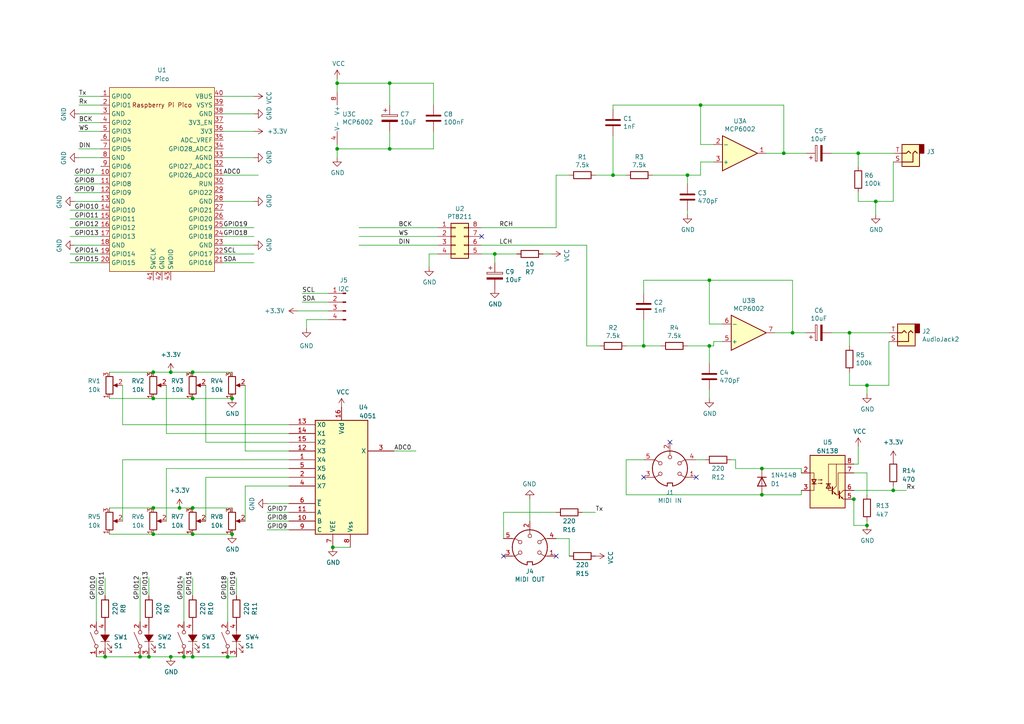
<source format=kicad_sch>
(kicad_sch (version 20230121) (generator eeschema)
  (paper "A4")
  (lib_symbols
    (symbol "4xxx_IEEE:4051"
      (property "Reference" "U" (at 8.89 17.78 0))
      (property "Value" "4051" (at 6.35 -17.78 0))
      (symbol "4051_0_0"
        (pin power_in line (at 0 20.32 270) (length 3.81) (name "Vdd") (number "16"))
        (pin power_in line (at 2.54 -20.32 90) (length 3.81) (name "Vss") (number "8"))
      )
      (symbol "4051_0_1"
        (rectangle (start -7.62 16.51) (end 7.62 -16.51) (stroke (width 0.254)) (fill (type background)))
      )
      (symbol "4051_1_1"
        (pin passive line (at -15.24 5.08 0) (length 7.62) (name "X4") (number "1"))
        (pin input line (at -15.24 -12.7 0) (length 7.62) (name "B") (number "10"))
        (pin input line (at -15.24 -10.16 0) (length 7.62) (name "A") (number "11"))
        (pin passive line (at -15.24 7.62 0) (length 7.62) (name "X3") (number "12"))
        (pin passive line (at -15.24 15.24 0) (length 7.62) (name "X0") (number "13"))
        (pin passive line (at -15.24 12.7 0) (length 7.62) (name "X1") (number "14"))
        (pin passive line (at -15.24 10.16 0) (length 7.62) (name "X2") (number "15"))
        (pin passive line (at -15.24 0 0) (length 7.62) (name "X6") (number "2"))
        (pin passive line (at 15.24 7.62 180) (length 7.62) (name "X") (number "3"))
        (pin passive line (at -15.24 -2.54 0) (length 7.62) (name "X7") (number "4"))
        (pin passive line (at -15.24 2.54 0) (length 7.62) (name "X5") (number "5"))
        (pin input line (at -15.24 -7.62 0) (length 7.62) (name "~{E}") (number "6"))
        (pin power_in line (at -2.54 -20.32 90) (length 3.81) (name "VEE") (number "7"))
        (pin input line (at -15.24 -15.24 0) (length 7.62) (name "C") (number "9"))
      )
    )
    (symbol "Amplifier_Operational:TL082" (pin_names (offset 0.127))
      (property "Reference" "U" (at 0 5.08 0))
      (property "Value" "TL082" (at 0 -5.08 0))
      (symbol "TL082_1_1"
        (polyline (pts (xy -5.08 5.08) (xy 5.08 0) (xy -5.08 -5.08) (xy -5.08 5.08)) (stroke (width 0.254)) (fill (type background)))
        (pin output line (at 7.62 0 180) (length 2.54) (name "~") (number "1"))
        (pin input line (at -7.62 -2.54 0) (length 2.54) (name "-") (number "2"))
        (pin input line (at -7.62 2.54 0) (length 2.54) (name "+") (number "3"))
      )
      (symbol "TL082_2_1"
        (polyline (pts (xy -5.08 5.08) (xy 5.08 0) (xy -5.08 -5.08) (xy -5.08 5.08)) (stroke (width 0.254)) (fill (type background)))
        (pin input line (at -7.62 2.54 0) (length 2.54) (name "+") (number "5"))
        (pin input line (at -7.62 -2.54 0) (length 2.54) (name "-") (number "6"))
        (pin output line (at 7.62 0 180) (length 2.54) (name "~") (number "7"))
      )
      (symbol "TL082_3_1"
        (pin power_in line (at -2.54 -7.62 90) (length 3.81) (name "V-") (number "4"))
        (pin power_in line (at -2.54 7.62 270) (length 3.81) (name "V+") (number "8"))
      )
    )
    (symbol "Connector:AudioJack2"
      (property "Reference" "J" (at 0 8.89 0))
      (property "Value" "Connector_AudioJack2" (at 0 6.35 0))
      (symbol "AudioJack2_0_1"
        (rectangle (start -3.81 0) (end -2.54 -2.54) (stroke (width 0.254)) (fill (type outline)))
        (rectangle (start -2.54 3.81) (end 2.54 -2.54) (stroke (width 0.254)) (fill (type background)))
        (polyline (pts (xy 0 0) (xy 0.635 -0.635) (xy 1.27 0) (xy 2.54 0)) (stroke (width 0.254)))
        (polyline (pts (xy 2.54 2.54) (xy -0.635 2.54) (xy -0.635 0) (xy -1.27 -0.635) (xy -1.905 0)) (stroke (width 0.254)))
      )
      (symbol "AudioJack2_1_1"
        (pin passive line (at 5.08 2.54 180) (length 2.54) (name "~") (number "S"))
        (pin passive line (at 5.08 0 180) (length 2.54) (name "~") (number "T"))
      )
    )
    (symbol "Connector:Conn_01x04_Male" (pin_names (offset 1.016) hide)
      (property "Reference" "J" (at 0 5.08 0))
      (property "Value" "Conn_01x04_Male" (at 0 -7.62 0))
      (symbol "Conn_01x04_Male_1_1"
        (polyline (pts (xy 1.27 -5.08) (xy 0.8636 -5.08)) (stroke (width 0.1524)))
        (polyline (pts (xy 1.27 -2.54) (xy 0.8636 -2.54)) (stroke (width 0.1524)))
        (polyline (pts (xy 1.27 0) (xy 0.8636 0)) (stroke (width 0.1524)))
        (polyline (pts (xy 1.27 2.54) (xy 0.8636 2.54)) (stroke (width 0.1524)))
        (rectangle (start 0.8636 -4.953) (end 0 -5.207) (stroke (width 0.1524)) (fill (type outline)))
        (rectangle (start 0.8636 -2.413) (end 0 -2.667) (stroke (width 0.1524)) (fill (type outline)))
        (rectangle (start 0.8636 0.127) (end 0 -0.127) (stroke (width 0.1524)) (fill (type outline)))
        (rectangle (start 0.8636 2.667) (end 0 2.413) (stroke (width 0.1524)) (fill (type outline)))
        (pin passive line (at 5.08 2.54 180) (length 3.81) (name "Pin_1") (number "1"))
        (pin passive line (at 5.08 0 180) (length 3.81) (name "Pin_2") (number "2"))
        (pin passive line (at 5.08 -2.54 180) (length 3.81) (name "Pin_3") (number "3"))
        (pin passive line (at 5.08 -5.08 180) (length 3.81) (name "Pin_4") (number "4"))
      )
    )
    (symbol "Connector_Generic:Conn_02x04_Counter_Clockwise" (pin_names (offset 1.016) hide)
      (property "Reference" "J" (at 1.27 5.08 0))
      (property "Value" "Conn_02x04_Counter_Clockwise" (at 1.27 -7.62 0))
      (symbol "Conn_02x04_Counter_Clockwise_1_1"
        (rectangle (start -1.27 -4.953) (end 0 -5.207) (stroke (width 0.1524)))
        (rectangle (start -1.27 -2.413) (end 0 -2.667) (stroke (width 0.1524)))
        (rectangle (start -1.27 0.127) (end 0 -0.127) (stroke (width 0.1524)))
        (rectangle (start -1.27 2.667) (end 0 2.413) (stroke (width 0.1524)))
        (rectangle (start -1.27 3.81) (end 3.81 -6.35) (stroke (width 0.254)) (fill (type background)))
        (rectangle (start 3.81 -4.953) (end 2.54 -5.207) (stroke (width 0.1524)))
        (rectangle (start 3.81 -2.413) (end 2.54 -2.667) (stroke (width 0.1524)))
        (rectangle (start 3.81 0.127) (end 2.54 -0.127) (stroke (width 0.1524)))
        (rectangle (start 3.81 2.667) (end 2.54 2.413) (stroke (width 0.1524)))
        (pin passive line (at -5.08 2.54 0) (length 3.81) (name "Pin_1") (number "1"))
        (pin passive line (at -5.08 0 0) (length 3.81) (name "Pin_2") (number "2"))
        (pin passive line (at -5.08 -2.54 0) (length 3.81) (name "Pin_3") (number "3"))
        (pin passive line (at -5.08 -5.08 0) (length 3.81) (name "Pin_4") (number "4"))
        (pin passive line (at 7.62 -5.08 180) (length 3.81) (name "Pin_5") (number "5"))
        (pin passive line (at 7.62 -2.54 180) (length 3.81) (name "Pin_6") (number "6"))
        (pin passive line (at 7.62 0 180) (length 3.81) (name "Pin_7") (number "7"))
        (pin passive line (at 7.62 2.54 180) (length 3.81) (name "Pin_8") (number "8"))
      )
    )
    (symbol "Device:C" (pin_numbers hide) (pin_names (offset 0.254))
      (property "Reference" "C" (at 0.635 2.54 0))
      (property "Value" "C" (at 0.635 -2.54 0))
      (symbol "C_0_1"
        (polyline (pts (xy -2.032 -0.762) (xy 2.032 -0.762)) (stroke (width 0.508)))
        (polyline (pts (xy -2.032 0.762) (xy 2.032 0.762)) (stroke (width 0.508)))
      )
      (symbol "C_1_1"
        (pin passive line (at 0 3.81 270) (length 2.794) (name "~") (number "1"))
        (pin passive line (at 0 -3.81 90) (length 2.794) (name "~") (number "2"))
      )
    )
    (symbol "Device:CP" (pin_numbers hide) (pin_names (offset 0.254))
      (property "Reference" "C" (at 0.635 2.54 0))
      (property "Value" "Device_CP" (at 0.635 -2.54 0))
      (symbol "CP_0_1"
        (rectangle (start -2.286 0.508) (end -2.286 1.016))
        (rectangle (start -2.286 0.508) (end 2.286 0.508))
        (polyline (pts (xy -1.778 2.286) (xy -0.762 2.286)))
        (polyline (pts (xy -1.27 2.794) (xy -1.27 1.778)))
        (rectangle (start 2.286 -0.508) (end -2.286 -1.016) (fill (type outline)))
        (rectangle (start 2.286 1.016) (end -2.286 1.016))
        (rectangle (start 2.286 1.016) (end 2.286 0.508))
      )
      (symbol "CP_1_1"
        (pin passive line (at 0 3.81 270) (length 2.794) (name "~") (number "1"))
        (pin passive line (at 0 -3.81 90) (length 2.794) (name "~") (number "2"))
      )
    )
    (symbol "Device:D" (pin_numbers hide) (pin_names (offset 1.016) hide)
      (property "Reference" "D" (at 0 2.54 0))
      (property "Value" "D" (at 0 -2.54 0))
      (symbol "D_0_1"
        (polyline (pts (xy -1.27 1.27) (xy -1.27 -1.27)) (stroke (width 0.254)))
        (polyline (pts (xy 1.27 0) (xy -1.27 0)))
        (polyline (pts (xy 1.27 1.27) (xy 1.27 -1.27) (xy -1.27 0) (xy 1.27 1.27)) (stroke (width 0.254)))
      )
      (symbol "D_1_1"
        (pin passive line (at -3.81 0 0) (length 2.54) (name "K") (number "1"))
        (pin passive line (at 3.81 0 180) (length 2.54) (name "A") (number "2"))
      )
    )
    (symbol "Device:R" (pin_numbers hide) (pin_names (offset 0))
      (property "Reference" "R" (at 2.032 0 90))
      (property "Value" "R" (at 0 0 90))
      (symbol "R_0_1"
        (rectangle (start -1.016 -2.54) (end 1.016 2.54) (stroke (width 0.254)))
      )
      (symbol "R_1_1"
        (pin passive line (at 0 3.81 270) (length 1.27) (name "~") (number "1"))
        (pin passive line (at 0 -3.81 90) (length 1.27) (name "~") (number "2"))
      )
    )
    (symbol "Device:R_Potentiometer" (pin_names (offset 1.016) hide)
      (property "Reference" "RV" (at -4.445 0 90))
      (property "Value" "R_Potentiometer" (at -2.54 0 90))
      (symbol "R_Potentiometer_0_1"
        (polyline (pts (xy 2.54 0) (xy 1.524 0)))
        (polyline (pts (xy 1.143 0) (xy 2.286 0.508) (xy 2.286 -0.508) (xy 1.143 0)) (fill (type outline)))
        (rectangle (start 1.016 2.54) (end -1.016 -2.54) (stroke (width 0.254)))
      )
      (symbol "R_Potentiometer_1_1"
        (pin passive line (at 0 3.81 270) (length 1.27) (name "1") (number "1"))
        (pin passive line (at 3.81 0 180) (length 1.27) (name "2") (number "2"))
        (pin passive line (at 0 -3.81 90) (length 1.27) (name "3") (number "3"))
      )
    )
    (symbol "ES1-rescue:DIN-5-MIDI" (pin_names (offset 1.016))
      (property "Reference" "J" (at 3.175 5.715 0))
      (property "Value" "MIDI_DIN-5" (at 0 -6.35 0))
      (symbol "DIN-5-MIDI_0_1"
        (arc (start -5.08 0) (mid -3.8609 -3.3364) (end -0.762 -5.08) (stroke (width 0.254)))
        (circle (center -2.794 -1.524) (radius 0.508))
        (circle (center -2.794 1.524) (radius 0.508))
        (polyline (pts (xy 0 5.08) (xy 0 3.81)))
        (polyline (pts (xy -5.08 -2.54) (xy -4.318 -2.54) (xy -3.175 -1.905)))
        (polyline (pts (xy -5.08 2.54) (xy -4.318 2.54) (xy -3.175 1.905)))
        (polyline (pts (xy 5.08 -2.54) (xy 4.318 -2.54) (xy 3.175 -1.905)))
        (polyline (pts (xy 5.08 2.54) (xy 4.318 2.54) (xy 3.175 1.905)))
        (polyline (pts (xy -0.762 -4.953) (xy -0.762 -4.191) (xy 0.762 -4.191) (xy 0.762 -4.953)) (stroke (width 0.254)))
        (circle (center 0 3.302) (radius 0.508))
        (arc (start 0.762 -5.08) (mid 3.8685 -3.343) (end 5.08 0) (stroke (width 0.254)))
        (circle (center 2.794 -1.524) (radius 0.508))
        (circle (center 2.794 1.524) (radius 0.508))
        (arc (start 5.08 0) (mid 0 5.0579) (end -5.08 0) (stroke (width 0.254)))
      )
      (symbol "DIN-5-MIDI_1_1"
        (pin passive line (at 7.62 -2.54 180) (length 2.54) (name "~") (number "1"))
        (pin passive line (at 0 7.62 270) (length 2.54) (name "~") (number "2"))
        (pin passive line (at -7.62 -2.54 0) (length 2.54) (name "~") (number "3"))
        (pin passive line (at 7.62 2.54 180) (length 2.54) (name "~") (number "4"))
        (pin passive line (at -7.62 2.54 0) (length 2.54) (name "~") (number "5"))
      )
    )
    (symbol "Isolator:6N138" (pin_names (offset 1.016) hide)
      (property "Reference" "U" (at -4.064 8.89 0))
      (property "Value" "6N138" (at 2.286 8.89 0))
      (symbol "6N138_0_1"
        (rectangle (start -5.08 7.62) (end 5.08 -7.62) (stroke (width 0.254)) (fill (type background)))
        (polyline (pts (xy -4.572 -0.635) (xy -3.302 -0.635)) (stroke (width 0.254)))
        (polyline (pts (xy 0.889 -0.635) (xy -0.381 -0.635)) (stroke (width 0.254)))
        (polyline (pts (xy 1.397 -2.667) (xy 2.54 -3.81)))
        (polyline (pts (xy 1.397 -2.413) (xy 2.54 -1.27)))
        (polyline (pts (xy 2.54 -3.81) (xy 3.175 -3.81)))
        (polyline (pts (xy 3.429 -3.937) (xy 4.572 -5.08)))
        (polyline (pts (xy 3.429 -3.683) (xy 4.572 -2.54)))
        (polyline (pts (xy 4.572 -5.08) (xy 5.08 -5.08)))
        (polyline (pts (xy 4.572 -2.54) (xy 5.08 -2.54)))
        (polyline (pts (xy 1.397 -1.524) (xy 1.397 -3.556) (xy 1.397 -3.556)) (stroke (width 0.3556)))
        (polyline (pts (xy 2.54 -1.27) (xy 2.54 5.08) (xy 5.08 5.08)))
        (polyline (pts (xy 3.429 -2.794) (xy 3.429 -4.826) (xy 3.429 -4.826)) (stroke (width 0.3556)))
        (polyline (pts (xy 5.08 2.54) (xy 3.048 2.54) (xy 3.048 -3.81)))
        (polyline (pts (xy -5.08 -2.54) (xy -3.937 -2.54) (xy -3.937 2.54) (xy -5.08 2.54)))
        (polyline (pts (xy -3.937 -0.635) (xy -4.572 0.635) (xy -3.302 0.635) (xy -3.937 -0.635)) (stroke (width 0.254)))
        (polyline (pts (xy 0.254 -0.635) (xy 0.889 -1.905) (xy -0.381 -1.905) (xy 0.254 -0.635)) (stroke (width 0.254)))
        (polyline (pts (xy 1.27 -2.54) (xy 0.254 -2.54) (xy 0.254 5.08) (xy 2.54 5.08)))
        (polyline (pts (xy 2.413 -3.683) (xy 2.159 -3.175) (xy 1.905 -3.429) (xy 2.413 -3.683)))
        (polyline (pts (xy 4.445 -4.953) (xy 4.191 -4.445) (xy 3.937 -4.699) (xy 4.445 -4.953)))
        (polyline (pts (xy -2.794 -0.508) (xy -1.524 -0.508) (xy -1.905 -0.635) (xy -1.905 -0.381) (xy -1.524 -0.508)))
        (polyline (pts (xy -2.794 0.508) (xy -1.524 0.508) (xy -1.905 0.381) (xy -1.905 0.635) (xy -1.524 0.508)))
      )
      (symbol "6N138_1_1"
        (pin no_connect line (at -5.08 5.08 0) (length 2.54) hide (name "NC") (number "1"))
        (pin passive line (at -7.62 2.54 0) (length 2.54) (name "C1") (number "2"))
        (pin passive line (at -7.62 -2.54 0) (length 2.54) (name "C2") (number "3"))
        (pin no_connect line (at -5.08 -5.08 0) (length 2.54) hide (name "NC") (number "4"))
        (pin passive line (at 7.62 -5.08 180) (length 2.54) (name "GND") (number "5"))
        (pin passive line (at 7.62 -2.54 180) (length 2.54) (name "VO2") (number "6"))
        (pin passive line (at 7.62 2.54 180) (length 2.54) (name "VO1") (number "7"))
        (pin passive line (at 7.62 5.08 180) (length 2.54) (name "VCC") (number "8"))
      )
    )
    (symbol "MCU_RaspberryPi_and_Boards:Pico"
      (property "Reference" "U" (at -13.97 27.94 0))
      (property "Value" "Pico" (at 0 19.05 0))
      (symbol "Pico_0_0"
        (text "Raspberry Pi Pico" (at 0 21.59 0) (effects (font (size 1.27 1.27))))
      )
      (symbol "Pico_0_1"
        (rectangle (start -15.24 26.67) (end 15.24 -26.67) (fill (type background)))
      )
      (symbol "Pico_1_1"
        (pin bidirectional line (at -17.78 24.13 0) (length 2.54) (name "GPIO0") (number "1"))
        (pin bidirectional line (at -17.78 1.27 0) (length 2.54) (name "GPIO7") (number "10"))
        (pin bidirectional line (at -17.78 -1.27 0) (length 2.54) (name "GPIO8") (number "11"))
        (pin bidirectional line (at -17.78 -3.81 0) (length 2.54) (name "GPIO9") (number "12"))
        (pin power_in line (at -17.78 -6.35 0) (length 2.54) (name "GND") (number "13"))
        (pin bidirectional line (at -17.78 -8.89 0) (length 2.54) (name "GPIO10") (number "14"))
        (pin bidirectional line (at -17.78 -11.43 0) (length 2.54) (name "GPIO11") (number "15"))
        (pin bidirectional line (at -17.78 -13.97 0) (length 2.54) (name "GPIO12") (number "16"))
        (pin bidirectional line (at -17.78 -16.51 0) (length 2.54) (name "GPIO13") (number "17"))
        (pin power_in line (at -17.78 -19.05 0) (length 2.54) (name "GND") (number "18"))
        (pin bidirectional line (at -17.78 -21.59 0) (length 2.54) (name "GPIO14") (number "19"))
        (pin bidirectional line (at -17.78 21.59 0) (length 2.54) (name "GPIO1") (number "2"))
        (pin bidirectional line (at -17.78 -24.13 0) (length 2.54) (name "GPIO15") (number "20"))
        (pin bidirectional line (at 17.78 -24.13 180) (length 2.54) (name "GPIO16") (number "21"))
        (pin bidirectional line (at 17.78 -21.59 180) (length 2.54) (name "GPIO17") (number "22"))
        (pin power_in line (at 17.78 -19.05 180) (length 2.54) (name "GND") (number "23"))
        (pin bidirectional line (at 17.78 -16.51 180) (length 2.54) (name "GPIO18") (number "24"))
        (pin bidirectional line (at 17.78 -13.97 180) (length 2.54) (name "GPIO19") (number "25"))
        (pin bidirectional line (at 17.78 -11.43 180) (length 2.54) (name "GPIO20") (number "26"))
        (pin bidirectional line (at 17.78 -8.89 180) (length 2.54) (name "GPIO21") (number "27"))
        (pin power_in line (at 17.78 -6.35 180) (length 2.54) (name "GND") (number "28"))
        (pin bidirectional line (at 17.78 -3.81 180) (length 2.54) (name "GPIO22") (number "29"))
        (pin power_in line (at -17.78 19.05 0) (length 2.54) (name "GND") (number "3"))
        (pin input line (at 17.78 -1.27 180) (length 2.54) (name "RUN") (number "30"))
        (pin bidirectional line (at 17.78 1.27 180) (length 2.54) (name "GPIO26_ADC0") (number "31"))
        (pin bidirectional line (at 17.78 3.81 180) (length 2.54) (name "GPIO27_ADC1") (number "32"))
        (pin power_in line (at 17.78 6.35 180) (length 2.54) (name "AGND") (number "33"))
        (pin bidirectional line (at 17.78 8.89 180) (length 2.54) (name "GPIO28_ADC2") (number "34"))
        (pin power_in line (at 17.78 11.43 180) (length 2.54) (name "ADC_VREF") (number "35"))
        (pin power_in line (at 17.78 13.97 180) (length 2.54) (name "3V3") (number "36"))
        (pin input line (at 17.78 16.51 180) (length 2.54) (name "3V3_EN") (number "37"))
        (pin bidirectional line (at 17.78 19.05 180) (length 2.54) (name "GND") (number "38"))
        (pin power_in line (at 17.78 21.59 180) (length 2.54) (name "VSYS") (number "39"))
        (pin bidirectional line (at -17.78 16.51 0) (length 2.54) (name "GPIO2") (number "4"))
        (pin power_in line (at 17.78 24.13 180) (length 2.54) (name "VBUS") (number "40"))
        (pin input line (at -2.54 -29.21 90) (length 2.54) (name "SWCLK") (number "41"))
        (pin power_in line (at 0 -29.21 90) (length 2.54) (name "GND") (number "42"))
        (pin bidirectional line (at 2.54 -29.21 90) (length 2.54) (name "SWDIO") (number "43"))
        (pin bidirectional line (at -17.78 13.97 0) (length 2.54) (name "GPIO3") (number "5"))
        (pin bidirectional line (at -17.78 11.43 0) (length 2.54) (name "GPIO4") (number "6"))
        (pin bidirectional line (at -17.78 8.89 0) (length 2.54) (name "GPIO5") (number "7"))
        (pin power_in line (at -17.78 6.35 0) (length 2.54) (name "GND") (number "8"))
        (pin bidirectional line (at -17.78 3.81 0) (length 2.54) (name "GPIO6") (number "9"))
      )
    )
    (symbol "Switch:SW_SPST_LED" (pin_names (offset 1.016) hide)
      (property "Reference" "SW" (at 0.635 5.715 0))
      (property "Value" "SW_SPST_LED" (at 0 -3.175 0))
      (symbol "SW_SPST_LED_0_0"
        (polyline (pts (xy -3.81 -1.905) (xy -2.54 -0.635)))
        (polyline (pts (xy -2.54 -1.905) (xy -1.27 -0.635)))
        (polyline (pts (xy -2.54 0) (xy 2.54 0)))
        (polyline (pts (xy -0.635 1.27) (xy -0.635 -1.27)))
        (polyline (pts (xy -3.81 -1.27) (xy -3.81 -1.905) (xy -3.175 -1.905)))
        (polyline (pts (xy -2.54 -1.27) (xy -2.54 -1.905) (xy -1.905 -1.905)))
        (polyline (pts (xy -0.635 0) (xy 1.27 1.27) (xy 1.27 -1.27) (xy -0.635 0)) (fill (type outline)))
      )
      (symbol "SW_SPST_LED_0_1"
        (circle (center -2.032 2.54) (radius 0.508))
        (polyline (pts (xy -1.524 2.794) (xy 2.032 4.318)))
        (circle (center 2.032 2.54) (radius 0.508))
        (pin passive line (at -5.08 2.54 0) (length 2.54) (name "1") (number "1"))
        (pin passive line (at 5.08 2.54 180) (length 2.54) (name "2") (number "2"))
        (pin passive line (at -5.08 0 0) (length 2.54) (name "K") (number "3"))
        (pin passive line (at 5.08 0 180) (length 2.54) (name "A") (number "4"))
      )
    )
    (symbol "power:+3.3V" (power) (pin_names (offset 0))
      (property "Value" "+3.3V" (at 0 3.556 0))
      (symbol "+3.3V_0_1"
        (polyline (pts (xy -0.762 1.27) (xy 0 2.54)))
        (polyline (pts (xy 0 0) (xy 0 2.54)))
        (polyline (pts (xy 0 2.54) (xy 0.762 1.27)))
      )
      (symbol "+3.3V_1_1"
        (pin power_in line (at 0 0 90) (length 0) hide (name "+3.3V") (number "1"))
      )
    )
    (symbol "power:GND" (power) (pin_names (offset 0))
      (property "Value" "GND" (at 0 -3.81 0))
      (symbol "GND_0_1"
        (polyline (pts (xy 0 0) (xy 0 -1.27) (xy 1.27 -1.27) (xy 0 -2.54) (xy -1.27 -1.27) (xy 0 -1.27)))
      )
      (symbol "GND_1_1"
        (pin power_in line (at 0 0 270) (length 0) hide (name "GND") (number "1"))
      )
    )
    (symbol "power:VCC" (power) (pin_names (offset 0))
      (property "Value" "VCC" (at 0 3.81 0))
      (symbol "VCC_0_1"
        (polyline (pts (xy -0.762 1.27) (xy 0 2.54)))
        (polyline (pts (xy 0 0) (xy 0 2.54)))
        (polyline (pts (xy 0 2.54) (xy 0.762 1.27)))
      )
      (symbol "VCC_1_1"
        (pin power_in line (at 0 0 90) (length 0) hide (name "VCC") (number "1"))
      )
    )
  )
  (junction (at 227.33 44.45))
  (junction (at 55.88 190.5))
  (junction (at 44.45 147.32))
  (junction (at 177.8 50.8))
  (junction (at 113.03 24.13))
  (junction (at 248.92 44.45))
  (junction (at 205.74 100.33))
  (junction (at 44.45 154.94))
  (junction (at 55.88 107.95))
  (junction (at 44.45 107.95))
  (junction (at 143.51 73.66))
  (junction (at 229.87 96.52))
  (junction (at 55.88 147.32))
  (junction (at 52.07 147.32))
  (junction (at 55.88 154.94))
  (junction (at 96.52 158.75))
  (junction (at 220.98 135.89))
  (junction (at 251.46 152.4))
  (junction (at 246.38 96.52))
  (junction (at 67.31 115.57))
  (junction (at 97.79 43.18))
  (junction (at 247.65 144.78))
  (junction (at 97.79 24.13))
  (junction (at 67.31 154.94))
  (junction (at 254 58.42))
  (junction (at 205.74 81.28))
  (junction (at 220.98 143.51))
  (junction (at 53.34 190.5))
  (junction (at 199.39 50.8))
  (junction (at 186.69 100.33))
  (junction (at 49.53 107.95))
  (junction (at 113.03 43.18))
  (junction (at 66.04 190.5))
  (junction (at 30.48 190.5))
  (junction (at 251.46 111.76))
  (junction (at 259.08 142.24))
  (junction (at 43.18 190.5))
  (junction (at 55.88 115.57))
  (junction (at 49.53 190.5))
  (junction (at 44.45 115.57))
  (junction (at 203.2 30.48))
  (junction (at 40.64 190.5))
  (no_connect (at 139.7 68.58))
  (no_connect (at 201.93 138.43))
  (no_connect (at 146.05 161.29))
  (no_connect (at 194.31 128.27))
  (no_connect (at 161.29 161.29))
  (no_connect (at 186.69 138.43))
  (wire (pts (xy 139.7 66.04) (xy 161.29 66.04)))
  (wire (pts (xy 22.86 30.48) (xy 29.21 30.48)))
  (wire (pts (xy 181.61 143.51) (xy 220.98 143.51)))
  (wire (pts (xy 64.77 38.1) (xy 73.66 38.1)))
  (wire (pts (xy 168.91 148.59) (xy 172.72 148.59)))
  (wire (pts (xy 170.18 71.12) (xy 170.18 100.33)))
  (wire (pts (xy 177.8 39.37) (xy 177.8 50.8)))
  (wire (pts (xy 49.53 190.5) (xy 53.34 190.5)))
  (wire (pts (xy 248.92 134.62) (xy 247.65 134.62)))
  (wire (pts (xy 125.73 43.18) (xy 113.03 43.18)))
  (wire (pts (xy 22.86 35.56) (xy 29.21 35.56)))
  (wire (pts (xy 186.69 100.33) (xy 191.77 100.33)))
  (wire (pts (xy 207.01 100.33) (xy 207.01 99.06)))
  (wire (pts (xy 96.52 158.75) (xy 101.6 158.75)))
  (wire (pts (xy 259.08 140.97) (xy 259.08 142.24)))
  (wire (pts (xy 31.75 154.94) (xy 44.45 154.94)))
  (wire (pts (xy 257.81 99.06) (xy 257.81 111.76)))
  (wire (pts (xy 35.56 133.35) (xy 83.82 133.35)))
  (wire (pts (xy 59.69 111.76) (xy 59.69 128.27)))
  (wire (pts (xy 31.75 115.57) (xy 44.45 115.57)))
  (wire (pts (xy 124.46 73.66) (xy 124.46 77.47)))
  (wire (pts (xy 165.1 156.21) (xy 165.1 161.29)))
  (wire (pts (xy 44.45 107.95) (xy 49.53 107.95)))
  (wire (pts (xy 55.88 190.5) (xy 66.04 190.5)))
  (wire (pts (xy 77.47 151.13) (xy 83.82 151.13)))
  (wire (pts (xy 203.2 30.48) (xy 177.8 30.48)))
  (wire (pts (xy 247.65 152.4) (xy 251.46 152.4)))
  (wire (pts (xy 59.69 151.13) (xy 59.69 138.43)))
  (wire (pts (xy 205.74 105.41) (xy 205.74 100.33)))
  (wire (pts (xy 40.64 167.64) (xy 40.64 180.34)))
  (wire (pts (xy 254 58.42) (xy 248.92 58.42)))
  (wire (pts (xy 64.77 73.66) (xy 73.66 73.66)))
  (wire (pts (xy 31.75 147.32) (xy 44.45 147.32)))
  (wire (pts (xy 199.39 100.33) (xy 205.74 100.33)))
  (wire (pts (xy 53.34 167.64) (xy 53.34 180.34)))
  (wire (pts (xy 52.07 147.32) (xy 55.88 147.32)))
  (wire (pts (xy 125.73 24.13) (xy 113.03 24.13)))
  (wire (pts (xy 43.18 190.5) (xy 49.53 190.5)))
  (wire (pts (xy 87.63 87.63) (xy 95.25 87.63)))
  (wire (pts (xy 160.02 73.66) (xy 157.48 73.66)))
  (wire (pts (xy 181.61 100.33) (xy 186.69 100.33)))
  (wire (pts (xy 44.45 147.32) (xy 52.07 147.32)))
  (wire (pts (xy 149.86 73.66) (xy 143.51 73.66)))
  (wire (pts (xy 77.47 148.59) (xy 83.82 148.59)))
  (wire (pts (xy 21.59 55.88) (xy 29.21 55.88)))
  (wire (pts (xy 48.26 125.73) (xy 83.82 125.73)))
  (wire (pts (xy 97.79 41.91) (xy 97.79 43.18)))
  (wire (pts (xy 30.48 167.64) (xy 30.48 172.72)))
  (wire (pts (xy 246.38 144.78) (xy 247.65 144.78)))
  (wire (pts (xy 59.69 128.27) (xy 83.82 128.27)))
  (wire (pts (xy 203.2 41.91) (xy 203.2 30.48)))
  (wire (pts (xy 48.26 151.13) (xy 48.26 135.89)))
  (wire (pts (xy 64.77 71.12) (xy 73.66 71.12)))
  (wire (pts (xy 22.86 43.18) (xy 29.21 43.18)))
  (wire (pts (xy 20.32 60.96) (xy 29.21 60.96)))
  (wire (pts (xy 213.36 133.35) (xy 212.09 133.35)))
  (wire (pts (xy 172.72 50.8) (xy 177.8 50.8)))
  (wire (pts (xy 181.61 143.51) (xy 181.61 133.35)))
  (wire (pts (xy 104.14 68.58) (xy 127 68.58)))
  (wire (pts (xy 248.92 129.54) (xy 248.92 134.62)))
  (wire (pts (xy 113.03 43.18) (xy 113.03 38.1)))
  (wire (pts (xy 139.7 71.12) (xy 170.18 71.12)))
  (wire (pts (xy 213.36 133.35) (xy 213.36 135.89)))
  (wire (pts (xy 205.74 100.33) (xy 207.01 100.33)))
  (wire (pts (xy 55.88 115.57) (xy 67.31 115.57)))
  (wire (pts (xy 64.77 33.02) (xy 73.66 33.02)))
  (wire (pts (xy 127 66.04) (xy 104.14 66.04)))
  (wire (pts (xy 66.04 190.5) (xy 68.58 190.5)))
  (wire (pts (xy 259.08 46.99) (xy 259.08 58.42)))
  (wire (pts (xy 254 62.23) (xy 254 58.42)))
  (wire (pts (xy 199.39 62.23) (xy 199.39 60.96)))
  (wire (pts (xy 213.36 135.89) (xy 220.98 135.89)))
  (wire (pts (xy 21.59 50.8) (xy 29.21 50.8)))
  (wire (pts (xy 88.9 92.71) (xy 88.9 95.25)))
  (wire (pts (xy 161.29 156.21) (xy 165.1 156.21)))
  (wire (pts (xy 71.12 140.97) (xy 83.82 140.97)))
  (wire (pts (xy 251.46 111.76) (xy 246.38 111.76)))
  (wire (pts (xy 113.03 30.48) (xy 113.03 24.13)))
  (wire (pts (xy 27.94 167.64) (xy 27.94 180.34)))
  (wire (pts (xy 22.86 45.72) (xy 29.21 45.72)))
  (wire (pts (xy 59.69 138.43) (xy 83.82 138.43)))
  (wire (pts (xy 64.77 76.2) (xy 73.66 76.2)))
  (wire (pts (xy 97.79 43.18) (xy 113.03 43.18)))
  (wire (pts (xy 22.86 38.1) (xy 29.21 38.1)))
  (wire (pts (xy 161.29 66.04) (xy 161.29 50.8)))
  (wire (pts (xy 186.69 92.71) (xy 186.69 100.33)))
  (wire (pts (xy 114.3 130.81) (xy 120.65 130.81)))
  (wire (pts (xy 127 73.66) (xy 124.46 73.66)))
  (wire (pts (xy 233.68 96.52) (xy 229.87 96.52)))
  (wire (pts (xy 199.39 53.34) (xy 199.39 50.8)))
  (wire (pts (xy 247.65 144.78) (xy 247.65 152.4)))
  (wire (pts (xy 227.33 44.45) (xy 227.33 30.48)))
  (wire (pts (xy 241.3 44.45) (xy 248.92 44.45)))
  (wire (pts (xy 248.92 58.42) (xy 248.92 55.88)))
  (wire (pts (xy 55.88 147.32) (xy 67.31 147.32)))
  (wire (pts (xy 229.87 96.52) (xy 229.87 81.28)))
  (wire (pts (xy 87.63 85.09) (xy 95.25 85.09)))
  (wire (pts (xy 71.12 111.76) (xy 71.12 130.81)))
  (wire (pts (xy 64.77 66.04) (xy 73.66 66.04)))
  (wire (pts (xy 104.14 71.12) (xy 127 71.12)))
  (wire (pts (xy 20.32 68.58) (xy 29.21 68.58)))
  (wire (pts (xy 205.74 93.98) (xy 205.74 81.28)))
  (wire (pts (xy 203.2 46.99) (xy 207.01 46.99)))
  (wire (pts (xy 251.46 137.16) (xy 247.65 137.16)))
  (wire (pts (xy 227.33 30.48) (xy 203.2 30.48)))
  (wire (pts (xy 30.48 190.5) (xy 40.64 190.5)))
  (wire (pts (xy 220.98 143.51) (xy 232.41 143.51)))
  (wire (pts (xy 189.23 50.8) (xy 199.39 50.8)))
  (wire (pts (xy 259.08 44.45) (xy 248.92 44.45)))
  (wire (pts (xy 20.32 66.04) (xy 29.21 66.04)))
  (wire (pts (xy 143.51 73.66) (xy 143.51 76.2)))
  (wire (pts (xy 251.46 143.51) (xy 251.46 137.16)))
  (wire (pts (xy 205.74 81.28) (xy 186.69 81.28)))
  (wire (pts (xy 64.77 50.8) (xy 74.93 50.8)))
  (wire (pts (xy 161.29 50.8) (xy 165.1 50.8)))
  (wire (pts (xy 97.79 43.18) (xy 97.79 45.72)))
  (wire (pts (xy 205.74 113.03) (xy 205.74 115.57)))
  (wire (pts (xy 53.34 190.5) (xy 55.88 190.5)))
  (wire (pts (xy 222.25 44.45) (xy 227.33 44.45)))
  (wire (pts (xy 251.46 151.13) (xy 251.46 152.4)))
  (wire (pts (xy 20.32 63.5) (xy 29.21 63.5)))
  (wire (pts (xy 20.32 73.66) (xy 29.21 73.66)))
  (wire (pts (xy 113.03 24.13) (xy 97.79 24.13)))
  (wire (pts (xy 22.86 33.02) (xy 29.21 33.02)))
  (wire (pts (xy 48.26 135.89) (xy 83.82 135.89)))
  (wire (pts (xy 55.88 167.64) (xy 55.88 172.72)))
  (wire (pts (xy 55.88 154.94) (xy 67.31 154.94)))
  (wire (pts (xy 21.59 71.12) (xy 29.21 71.12)))
  (wire (pts (xy 64.77 45.72) (xy 73.66 45.72)))
  (wire (pts (xy 40.64 190.5) (xy 43.18 190.5)))
  (wire (pts (xy 220.98 135.89) (xy 232.41 135.89)))
  (wire (pts (xy 66.04 167.64) (xy 66.04 180.34)))
  (wire (pts (xy 177.8 50.8) (xy 181.61 50.8)))
  (wire (pts (xy 31.75 107.95) (xy 44.45 107.95)))
  (wire (pts (xy 224.79 96.52) (xy 229.87 96.52)))
  (wire (pts (xy 248.92 44.45) (xy 248.92 48.26)))
  (wire (pts (xy 21.59 58.42) (xy 29.21 58.42)))
  (wire (pts (xy 146.05 156.21) (xy 146.05 148.59)))
  (wire (pts (xy 229.87 81.28) (xy 205.74 81.28)))
  (wire (pts (xy 199.39 50.8) (xy 203.2 50.8)))
  (wire (pts (xy 86.36 90.17) (xy 95.25 90.17)))
  (wire (pts (xy 143.51 73.66) (xy 139.7 73.66)))
  (wire (pts (xy 181.61 133.35) (xy 186.69 133.35)))
  (wire (pts (xy 48.26 111.76) (xy 48.26 125.73)))
  (wire (pts (xy 21.59 53.34) (xy 29.21 53.34)))
  (wire (pts (xy 259.08 58.42) (xy 254 58.42)))
  (wire (pts (xy 247.65 142.24) (xy 259.08 142.24)))
  (wire (pts (xy 71.12 151.13) (xy 71.12 140.97)))
  (wire (pts (xy 22.86 27.94) (xy 29.21 27.94)))
  (wire (pts (xy 49.53 107.95) (xy 55.88 107.95)))
  (wire (pts (xy 35.56 151.13) (xy 35.56 133.35)))
  (wire (pts (xy 77.47 146.05) (xy 83.82 146.05)))
  (wire (pts (xy 95.25 92.71) (xy 88.9 92.71)))
  (wire (pts (xy 146.05 148.59) (xy 161.29 148.59)))
  (wire (pts (xy 43.18 167.64) (xy 43.18 172.72)))
  (wire (pts (xy 68.58 167.64) (xy 68.58 172.72)))
  (wire (pts (xy 186.69 81.28) (xy 186.69 85.09)))
  (wire (pts (xy 125.73 38.1) (xy 125.73 43.18)))
  (wire (pts (xy 251.46 114.3) (xy 251.46 111.76)))
  (wire (pts (xy 20.32 76.2) (xy 29.21 76.2)))
  (wire (pts (xy 209.55 93.98) (xy 205.74 93.98)))
  (wire (pts (xy 257.81 111.76) (xy 251.46 111.76)))
  (wire (pts (xy 97.79 22.86) (xy 97.79 24.13)))
  (wire (pts (xy 201.93 133.35) (xy 204.47 133.35)))
  (wire (pts (xy 97.79 24.13) (xy 97.79 26.67)))
  (wire (pts (xy 125.73 30.48) (xy 125.73 24.13)))
  (wire (pts (xy 246.38 96.52) (xy 241.3 96.52)))
  (wire (pts (xy 44.45 154.94) (xy 55.88 154.94)))
  (wire (pts (xy 35.56 123.19) (xy 83.82 123.19)))
  (wire (pts (xy 153.67 151.13) (xy 153.67 144.78)))
  (wire (pts (xy 177.8 30.48) (xy 177.8 31.75)))
  (wire (pts (xy 232.41 135.89) (xy 232.41 137.16)))
  (wire (pts (xy 64.77 27.94) (xy 73.66 27.94)))
  (wire (pts (xy 233.68 44.45) (xy 227.33 44.45)))
  (wire (pts (xy 64.77 68.58) (xy 73.66 68.58)))
  (wire (pts (xy 64.77 58.42) (xy 73.66 58.42)))
  (wire (pts (xy 232.41 142.24) (xy 232.41 143.51)))
  (wire (pts (xy 71.12 130.81) (xy 83.82 130.81)))
  (wire (pts (xy 246.38 111.76) (xy 246.38 107.95)))
  (wire (pts (xy 246.38 100.33) (xy 246.38 96.52)))
  (wire (pts (xy 27.94 190.5) (xy 30.48 190.5)))
  (wire (pts (xy 259.08 142.24) (xy 262.89 142.24)))
  (wire (pts (xy 207.01 41.91) (xy 203.2 41.91)))
  (wire (pts (xy 170.18 100.33) (xy 173.99 100.33)))
  (wire (pts (xy 44.45 115.57) (xy 55.88 115.57)))
  (wire (pts (xy 207.01 99.06) (xy 209.55 99.06)))
  (wire (pts (xy 257.81 96.52) (xy 246.38 96.52)))
  (wire (pts (xy 203.2 50.8) (xy 203.2 46.99)))
  (wire (pts (xy 77.47 153.67) (xy 83.82 153.67)))
  (wire (pts (xy 35.56 111.76) (xy 35.56 123.19)))
  (wire (pts (xy 55.88 107.95) (xy 67.31 107.95)))
  (label "GPIO11" (at 30.48 172.72 90))
  (label "Rx" (at 22.86 30.48 0))
  (label "WS" (at 22.86 38.1 0))
  (label "WS" (at 115.57 68.58 0))
  (label "GPIO14" (at 53.34 173.99 90))
  (label "ADC0" (at 114.3 130.81 0))
  (label "GPIO12" (at 21.59 66.04 0))
  (label "Rx" (at 262.89 142.24 0))
  (label "BCK" (at 115.57 66.04 0))
  (label "GPIO8" (at 21.59 53.34 0))
  (label "GPIO8" (at 77.47 151.13 0))
  (label "GPIO10" (at 27.94 173.99 90))
  (label "GPIO18" (at 66.04 173.99 90))
  (label "GPIO14" (at 21.59 73.66 0))
  (label "SCL" (at 64.77 73.66 0))
  (label "ADC0" (at 64.77 50.8 0))
  (label "GPIO9" (at 21.59 55.88 0))
  (label "GPIO18" (at 64.77 68.58 0))
  (label "GPIO9" (at 77.47 153.67 0))
  (label "GPIO15" (at 55.88 172.72 90))
  (label "GPIO10" (at 21.59 60.96 0))
  (label "Tx" (at 172.72 148.59 0))
  (label "GPIO13" (at 21.59 68.58 0))
  (label "BCK" (at 22.86 35.56 0))
  (label "LCH" (at 144.78 71.12 0))
  (label "GPIO13" (at 43.18 172.72 90))
  (label "SDA" (at 87.63 87.63 0))
  (label "DIN" (at 115.57 71.12 0))
  (label "GPIO15" (at 21.59 76.2 0))
  (label "GPIO12" (at 40.64 173.99 90))
  (label "GPIO7" (at 77.47 148.59 0))
  (label "GPIO11" (at 21.59 63.5 0))
  (label "GPIO19" (at 64.77 66.04 0))
  (label "RCH" (at 144.78 66.04 0))
  (label "SDA" (at 64.77 76.2 0))
  (label "DIN" (at 22.86 43.18 0))
  (label "GPIO7" (at 21.59 50.8 0))
  (label "SCL" (at 87.63 85.09 0))
  (label "GPIO19" (at 68.58 172.72 90))
  (label "Tx" (at 22.86 27.94 0))
  (symbol (lib_id "Device:CP") (at 143.51 80.01 0) (unit 1)
    (property "Reference" "C9" (at 146.5072 78.8416 0) (effects (justify left)))
    (property "Value" "10uF" (at 146.5072 81.153 0) (effects (justify left)))
    (property "Footprint" "Capacitor_THT:CP_Radial_D5.0mm_P2.50mm" (effects hide))
  )
  (symbol (lib_id "Switch:SW_SPST_LED") (at 55.88 185.42 90) (unit 1)
    (property "Reference" "SW3" (at 58.42 184.785 90) (effects (justify right)))
    (property "Value" "S1" (at 58.42 187.325 90) (effects (justify right)))
    (property "Footprint" "lib:Push_LED" (effects hide))
  )
  (symbol (lib_id "Device:R_Potentiometer") (at 55.88 151.13 0) (mirror x) (unit 1)
    (property "Reference" "RV7" (at 53.34 149.86 0) (effects (justify right)))
    (property "Value" "10k" (at 53.34 152.4 0) (effects (justify right)))
    (property "Footprint" "Potentiometer_THT:Potentiometer_Alpha_RD901F-40-00D_Single_Vertical" (effects hide))
  )
  (symbol (lib_id "Device:R") (at 185.42 50.8 270) (unit 1)
    (property "Reference" "R3" (at 185.42 45.5422 90))
    (property "Value" "7.5k" (at 185.42 47.8536 90))
    (property "Footprint" "Resistor_THT:R_Axial_DIN0204_L3.6mm_D1.6mm_P7.62mm_Horizontal" (effects hide))
  )
  (symbol (lib_id "Device:R") (at 165.1 148.59 90) (unit 1)
    (property "Reference" "R16" (at 165.1 153.67 90))
    (property "Value" "220" (at 165.1 151.13 90))
    (property "Footprint" "Resistor_THT:R_Axial_DIN0204_L3.6mm_D1.6mm_P7.62mm_Horizontal" (effects hide))
  )
  (symbol (lib_id "Device:CP") (at 237.49 44.45 90) (unit 1)
    (property "Reference" "C5" (at 237.49 37.973 90))
    (property "Value" "10uF" (at 237.49 40.2844 90))
    (property "Footprint" "Capacitor_THT:CP_Radial_D5.0mm_P2.50mm" (effects hide))
  )
  (symbol (lib_id "Device:CP") (at 237.49 96.52 90) (unit 1)
    (property "Reference" "C6" (at 237.49 90.043 90))
    (property "Value" "10uF" (at 237.49 92.3544 90))
    (property "Footprint" "Capacitor_THT:CP_Radial_D5.0mm_P2.50mm" (effects hide))
  )
  (symbol (lib_id "power:GND") (at 77.47 146.05 270) (unit 1)
    (property "Reference" "#PWR017" (effects hide))
    (property "Value" "GND" (at 73.0758 146.177 0))
  )
  (symbol (lib_id "Device:R") (at 259.08 137.16 0) (unit 1)
    (property "Reference" "R14" (at 261.62 136.525 0) (effects (justify left)))
    (property "Value" "470" (at 261.62 139.065 0) (effects (justify left)))
    (property "Footprint" "Resistor_THT:R_Axial_DIN0204_L3.6mm_D1.6mm_P7.62mm_Horizontal" (effects hide))
  )
  (symbol (lib_id "power:VCC") (at 99.06 118.11 0) (unit 1)
    (property "Reference" "#PWR019" (effects hide))
    (property "Value" "VCC" (at 99.4918 113.7158 0))
  )
  (symbol (lib_id "Amplifier_Operational:TL082") (at 100.33 34.29 0) (unit 3)
    (property "Reference" "U3" (at 99.2632 33.1216 0) (effects (justify left)))
    (property "Value" "MCP6002" (at 99.2632 35.433 0) (effects (justify left)))
    (property "Footprint" "Package_DIP:DIP-8_W7.62mm_LongPads" (effects hide))
    (property "Datasheet" "http://www.ti.com/lit/ds/symlink/tl081.pdf" (effects hide))
  )
  (symbol (lib_id "MCU_RaspberryPi_and_Boards:Pico") (at 46.99 52.07 0) (unit 1)
    (property "Reference" "U1" (at 46.99 20.32 0))
    (property "Value" "Pico" (at 46.99 22.86 0))
    (property "Footprint" "MCU_RaspberryPi_and_Boards:RPi_Pico_SMD_TH" (effects hide))
  )
  (symbol (lib_id "power:GND") (at 73.66 45.72 90) (unit 1)
    (property "Reference" "#PWR027" (effects hide))
    (property "Value" "GND" (at 78.0542 45.593 0))
  )
  (symbol (lib_id "power:GND") (at 22.86 45.72 270) (unit 1)
    (property "Reference" "#PWR022" (effects hide))
    (property "Value" "GND" (at 18.4658 45.847 0))
  )
  (symbol (lib_id "ES1-rescue:DIN-5-MIDI") (at 194.31 135.89 0) (unit 1)
    (property "Reference" "J1" (at 194.31 142.875 0))
    (property "Value" "MIDI IN" (at 194.31 145.1864 0))
    (property "Footprint" "lib:MIDI_DIN5" (effects hide))
    (property "Datasheet" "http://www.mouser.com/ds/2/18/40_c091_abd_e-75918.pdf" (effects hide))
  )
  (symbol (lib_id "power:GND") (at 49.53 190.5 0) (unit 1)
    (property "Reference" "#PWR020" (effects hide))
    (property "Value" "GND" (at 49.657 194.8942 0))
  )
  (symbol (lib_id "Device:R_Potentiometer") (at 67.31 151.13 0) (mirror x) (unit 1)
    (property "Reference" "RV8" (at 64.77 149.86 0) (effects (justify right)))
    (property "Value" "10k" (at 64.77 152.4 0) (effects (justify right)))
    (property "Footprint" "Potentiometer_THT:Potentiometer_Alpha_RD901F-40-00D_Single_Vertical" (effects hide))
  )
  (symbol (lib_id "ES1-rescue:DIN-5-MIDI") (at 153.67 158.75 0) (unit 1)
    (property "Reference" "J4" (at 153.67 165.735 0))
    (property "Value" "MIDI OUT" (at 153.67 168.0464 0))
    (property "Footprint" "lib:MIDI_DIN5" (effects hide))
    (property "Datasheet" "http://www.mouser.com/ds/2/18/40_c091_abd_e-75918.pdf" (effects hide))
  )
  (symbol (lib_id "power:+3.3V") (at 73.66 38.1 270) (unit 1)
    (property "Reference" "#PWR01" (effects hide))
    (property "Value" "+3.3V" (at 77.47 38.1 90) (effects (justify left)))
  )
  (symbol (lib_id "power:GND") (at 96.52 158.75 0) (unit 1)
    (property "Reference" "#PWR018" (effects hide))
    (property "Value" "GND" (at 96.647 163.1442 0))
  )
  (symbol (lib_id "power:GND") (at 73.66 71.12 90) (unit 1)
    (property "Reference" "#PWR025" (effects hide))
    (property "Value" "GND" (at 78.0542 70.993 0))
  )
  (symbol (lib_id "power:+3.3V") (at 86.36 90.17 90) (unit 1)
    (property "Reference" "#PWR034" (effects hide))
    (property "Value" "+3.3V" (at 82.55 90.17 90) (effects (justify left)))
  )
  (symbol (lib_id "Switch:SW_SPST_LED") (at 43.18 185.42 90) (unit 1)
    (property "Reference" "SW2" (at 45.72 184.785 90) (effects (justify right)))
    (property "Value" "S1" (at 45.72 187.325 90) (effects (justify right)))
    (property "Footprint" "lib:Push_LED" (effects hide))
  )
  (symbol (lib_id "Device:R_Potentiometer") (at 67.31 111.76 0) (mirror x) (unit 1)
    (property "Reference" "RV4" (at 64.77 110.49 0) (effects (justify right)))
    (property "Value" "10k" (at 64.77 113.03 0) (effects (justify right)))
    (property "Footprint" "Potentiometer_THT:Potentiometer_Alpha_RD901F-40-00D_Single_Vertical" (effects hide))
  )
  (symbol (lib_id "power:GND") (at 88.9 95.25 0) (unit 1)
    (property "Reference" "#PWR033" (effects hide))
    (property "Value" "GND" (at 88.9 100.33 0))
  )
  (symbol (lib_id "Device:D") (at 220.98 139.7 90) (mirror x) (unit 1)
    (property "Reference" "D1" (at 223.52 140.335 90) (effects (justify right)))
    (property "Value" "1N4148" (at 223.52 137.795 90) (effects (justify right)))
    (property "Footprint" "Diode_THT:D_DO-35_SOD27_P7.62mm_Horizontal" (effects hide))
    (property "Sim.Device" "D" (effects hide))
    (property "Sim.Pins" "1=K 2=A" (effects hide))
  )
  (symbol (lib_id "power:GND") (at 73.66 58.42 90) (unit 1)
    (property "Reference" "#PWR026" (effects hide))
    (property "Value" "GND" (at 78.0542 58.293 0))
  )
  (symbol (lib_id "Device:R") (at 208.28 133.35 90) (unit 1)
    (property "Reference" "R12" (at 208.28 138.43 90))
    (property "Value" "220" (at 208.28 135.89 90))
    (property "Footprint" "Resistor_THT:R_Axial_DIN0204_L3.6mm_D1.6mm_P7.62mm_Horizontal" (effects hide))
  )
  (symbol (lib_id "Device:C") (at 125.73 34.29 0) (unit 1)
    (property "Reference" "C8" (at 128.651 33.1216 0) (effects (justify left)))
    (property "Value" "100nF" (at 128.651 35.433 0) (effects (justify left)))
    (property "Footprint" "Capacitor_THT:C_Rect_L7.0mm_W2.0mm_P5.00mm" (effects hide))
  )
  (symbol (lib_id "power:VCC") (at 97.79 22.86 0) (unit 1)
    (property "Reference" "#PWR08" (effects hide))
    (property "Value" "VCC" (at 98.2218 18.4658 0))
  )
  (symbol (lib_id "Device:R") (at 55.88 176.53 0) (mirror y) (unit 1)
    (property "Reference" "R10" (at 61.1378 176.53 90))
    (property "Value" "220" (at 58.8264 176.53 90))
    (property "Footprint" "Resistor_THT:R_Axial_DIN0204_L3.6mm_D1.6mm_P7.62mm_Horizontal" (effects hide))
  )
  (symbol (lib_id "Device:C") (at 177.8 35.56 0) (unit 1)
    (property "Reference" "C1" (at 180.721 34.3916 0) (effects (justify left)))
    (property "Value" "1nF" (at 180.721 36.703 0) (effects (justify left)))
    (property "Footprint" "Capacitor_THT:C_Rect_L7.0mm_W2.0mm_P5.00mm" (effects hide))
  )
  (symbol (lib_id "Device:R_Potentiometer") (at 55.88 111.76 0) (mirror x) (unit 1)
    (property "Reference" "RV3" (at 53.34 110.49 0) (effects (justify right)))
    (property "Value" "10k" (at 53.34 113.03 0) (effects (justify right)))
    (property "Footprint" "Potentiometer_THT:Potentiometer_Alpha_RD901F-40-00D_Single_Vertical" (effects hide))
  )
  (symbol (lib_id "Isolator:6N138") (at 240.03 139.7 0) (unit 1)
    (property "Reference" "U5" (at 240.03 128.27 0))
    (property "Value" "6N138" (at 240.03 130.81 0))
    (property "Footprint" "Package_DIP:DIP-8_W7.62mm_LongPads" (effects hide))
    (property "Datasheet" "http://www.onsemi.com/pub/Collateral/HCPL2731-D.pdf" (effects hide))
  )
  (symbol (lib_id "Device:R") (at 246.38 104.14 0) (unit 1)
    (property "Reference" "R5" (at 248.158 102.9716 0) (effects (justify left)))
    (property "Value" "100k" (at 248.158 105.283 0) (effects (justify left)))
    (property "Footprint" "Resistor_THT:R_Axial_DIN0204_L3.6mm_D1.6mm_P7.62mm_Horizontal" (effects hide))
  )
  (symbol (lib_id "Device:R_Potentiometer") (at 44.45 151.13 0) (mirror x) (unit 1)
    (property "Reference" "RV6" (at 41.91 149.86 0) (effects (justify right)))
    (property "Value" "10k" (at 41.91 152.4 0) (effects (justify right)))
    (property "Footprint" "Potentiometer_THT:Potentiometer_Alpha_RD901F-40-00D_Single_Vertical" (effects hide))
  )
  (symbol (lib_id "Device:R") (at 30.48 176.53 0) (mirror y) (unit 1)
    (property "Reference" "R8" (at 35.7378 176.53 90))
    (property "Value" "220" (at 33.4264 176.53 90))
    (property "Footprint" "Resistor_THT:R_Axial_DIN0204_L3.6mm_D1.6mm_P7.62mm_Horizontal" (effects hide))
  )
  (symbol (lib_id "power:VCC") (at 248.92 129.54 0) (unit 1)
    (property "Reference" "#PWR029" (effects hide))
    (property "Value" "VCC" (at 249.3518 125.1458 0))
  )
  (symbol (lib_id "Device:R") (at 177.8 100.33 270) (unit 1)
    (property "Reference" "R2" (at 177.8 95.0722 90))
    (property "Value" "7.5k" (at 177.8 97.3836 90))
    (property "Footprint" "Resistor_THT:R_Axial_DIN0204_L3.6mm_D1.6mm_P7.62mm_Horizontal" (effects hide))
  )
  (symbol (lib_id "Device:R") (at 68.58 176.53 0) (mirror y) (unit 1)
    (property "Reference" "R11" (at 73.8378 176.53 90))
    (property "Value" "220" (at 71.5264 176.53 90))
    (property "Footprint" "Resistor_THT:R_Axial_DIN0204_L3.6mm_D1.6mm_P7.62mm_Horizontal" (effects hide))
  )
  (symbol (lib_id "power:+3.3V") (at 49.53 107.95 0) (unit 1)
    (property "Reference" "#PWR013" (effects hide))
    (property "Value" "+3.3V" (at 49.53 102.87 0))
  )
  (symbol (lib_id "power:GND") (at 199.39 62.23 0) (unit 1)
    (property "Reference" "#PWR04" (effects hide))
    (property "Value" "GND" (at 199.517 66.6242 0))
  )
  (symbol (lib_id "power:+3.3V") (at 259.08 133.35 0) (unit 1)
    (property "Reference" "#PWR030" (effects hide))
    (property "Value" "+3.3V" (at 259.08 128.27 0))
  )
  (symbol (lib_id "Connector:AudioJack2") (at 262.89 96.52 180) (unit 1)
    (property "Reference" "J2" (at 267.462 96.0882 0) (effects (justify right)))
    (property "Value" "AudioJack2" (at 267.462 98.3996 0) (effects (justify right)))
    (property "Footprint" "JACK:AudioJackMono" (effects hide))
  )
  (symbol (lib_id "power:+3.3V") (at 52.07 147.32 0) (unit 1)
    (property "Reference" "#PWR014" (effects hide))
    (property "Value" "+3.3V" (at 52.07 142.24 0))
  )
  (symbol (lib_id "Device:R") (at 168.91 50.8 270) (unit 1)
    (property "Reference" "R1" (at 168.91 45.5422 90))
    (property "Value" "7.5k" (at 168.91 47.8536 90))
    (property "Footprint" "Resistor_THT:R_Axial_DIN0204_L3.6mm_D1.6mm_P7.62mm_Horizontal" (effects hide))
  )
  (symbol (lib_id "Device:CP") (at 113.03 34.29 0) (unit 1)
    (property "Reference" "C7" (at 116.0272 33.1216 0) (effects (justify left)))
    (property "Value" "10uF" (at 116.0272 35.433 0) (effects (justify left)))
    (property "Footprint" "Capacitor_THT:CP_Radial_D5.0mm_P2.50mm" (effects hide))
  )
  (symbol (lib_id "power:GND") (at 251.46 152.4 0) (unit 1)
    (property "Reference" "#PWR028" (effects hide))
    (property "Value" "GND" (at 251.587 156.7942 0))
  )
  (symbol (lib_id "power:GND") (at 21.59 71.12 270) (unit 1)
    (property "Reference" "#PWR024" (effects hide))
    (property "Value" "GND" (at 17.1958 71.247 0))
  )
  (symbol (lib_id "power:GND") (at 67.31 154.94 0) (unit 1)
    (property "Reference" "#PWR016" (effects hide))
    (property "Value" "GND" (at 67.437 159.3342 0))
  )
  (symbol (lib_id "Device:R_Potentiometer") (at 44.45 111.76 0) (mirror x) (unit 1)
    (property "Reference" "RV2" (at 41.91 110.49 0) (effects (justify right)))
    (property "Value" "10k" (at 41.91 113.03 0) (effects (justify right)))
    (property "Footprint" "Potentiometer_THT:Potentiometer_Alpha_RD901F-40-00D_Single_Vertical" (effects hide))
  )
  (symbol (lib_id "Device:R") (at 195.58 100.33 270) (unit 1)
    (property "Reference" "R4" (at 195.58 95.0722 90))
    (property "Value" "7.5k" (at 195.58 97.3836 90))
    (property "Footprint" "Resistor_THT:R_Axial_DIN0204_L3.6mm_D1.6mm_P7.62mm_Horizontal" (effects hide))
  )
  (symbol (lib_id "power:GND") (at 67.31 115.57 0) (unit 1)
    (property "Reference" "#PWR015" (effects hide))
    (property "Value" "GND" (at 67.437 119.9642 0))
  )
  (symbol (lib_id "Device:R_Potentiometer") (at 31.75 111.76 0) (mirror x) (unit 1)
    (property "Reference" "RV1" (at 29.21 110.49 0) (effects (justify right)))
    (property "Value" "10k" (at 29.21 113.03 0) (effects (justify right)))
    (property "Footprint" "Potentiometer_THT:Potentiometer_Alpha_RD901F-40-00D_Single_Vertical" (effects hide))
  )
  (symbol (lib_id "power:GND") (at 251.46 114.3 0) (unit 1)
    (property "Reference" "#PWR06" (effects hide))
    (property "Value" "GND" (at 251.587 118.6942 0))
  )
  (symbol (lib_id "Device:R_Potentiometer") (at 31.75 151.13 0) (mirror x) (unit 1)
    (property "Reference" "RV5" (at 29.21 149.86 0) (effects (justify right)))
    (property "Value" "10k" (at 29.21 152.4 0) (effects (justify right)))
    (property "Footprint" "Potentiometer_THT:Potentiometer_Alpha_RD901F-40-00D_Single_Vertical" (effects hide))
  )
  (symbol (lib_id "Amplifier_Operational:TL082") (at 214.63 44.45 0) (mirror x) (unit 1)
    (property "Reference" "U3" (at 214.63 35.1282 0))
    (property "Value" "MCP6002" (at 214.63 37.4396 0))
    (property "Footprint" "Package_DIP:DIP-8_W7.62mm_LongPads" (effects hide))
    (property "Datasheet" "http://www.ti.com/lit/ds/symlink/tl081.pdf" (effects hide))
  )
  (symbol (lib_id "power:GND") (at 22.86 33.02 270) (unit 1)
    (property "Reference" "#PWR021" (effects hide))
    (property "Value" "GND" (at 18.4658 33.147 0))
  )
  (symbol (lib_id "power:VCC") (at 160.02 73.66 270) (unit 1)
    (property "Reference" "#PWR03" (effects hide))
    (property "Value" "VCC" (at 164.4142 74.0918 0))
  )
  (symbol (lib_id "Connector:AudioJack2") (at 264.16 44.45 180) (unit 1)
    (property "Reference" "J3" (at 268.732 44.0182 0) (effects (justify right)))
    (property "Value" "AudioJack2" (effects hide))
    (property "Footprint" "JACK:AudioJackMono" (effects hide))
  )
  (symbol (lib_id "power:GND") (at 143.51 83.82 0) (unit 1)
    (property "Reference" "#PWR012" (effects hide))
    (property "Value" "GND" (at 143.637 88.2142 0))
  )
  (symbol (lib_id "Device:C") (at 205.74 109.22 0) (unit 1)
    (property "Reference" "C4" (at 208.661 108.0516 0) (effects (justify left)))
    (property "Value" "470pF" (at 208.661 110.363 0) (effects (justify left)))
    (property "Footprint" "Capacitor_THT:C_Disc_D5.0mm_W2.5mm_P5.00mm" (effects hide))
  )
  (symbol (lib_id "power:GND") (at 124.46 77.47 0) (unit 1)
    (property "Reference" "#PWR02" (effects hide))
    (property "Value" "GND" (at 124.587 81.8642 0))
  )
  (symbol (lib_id "Device:R") (at 153.67 73.66 270) (mirror x) (unit 1)
    (property "Reference" "R7" (at 153.67 78.9178 90))
    (property "Value" "10" (at 153.67 76.6064 90))
    (property "Footprint" "Resistor_THT:R_Axial_DIN0204_L3.6mm_D1.6mm_P7.62mm_Horizontal" (effects hide))
  )
  (symbol (lib_id "power:GND") (at 73.66 33.02 90) (unit 1)
    (property "Reference" "#PWR010" (effects hide))
    (property "Value" "GND" (at 78.0542 32.893 0))
  )
  (symbol (lib_id "Device:C") (at 199.39 57.15 0) (unit 1)
    (property "Reference" "C3" (at 202.311 55.9816 0) (effects (justify left)))
    (property "Value" "470pF" (at 202.311 58.293 0) (effects (justify left)))
    (property "Footprint" "Capacitor_THT:C_Disc_D5.0mm_W2.5mm_P5.00mm" (effects hide))
  )
  (symbol (lib_id "power:VCC") (at 73.66 27.94 270) (unit 1)
    (property "Reference" "#PWR011" (effects hide))
    (property "Value" "VCC" (at 78.0542 28.3718 0))
  )
  (symbol (lib_id "power:GND") (at 97.79 45.72 0) (unit 1)
    (property "Reference" "#PWR09" (effects hide))
    (property "Value" "GND" (at 97.917 50.1142 0))
  )
  (symbol (lib_id "Device:R") (at 248.92 52.07 0) (unit 1)
    (property "Reference" "R6" (at 250.698 50.9016 0) (effects (justify left)))
    (property "Value" "100k" (at 250.698 53.213 0) (effects (justify left)))
    (property "Footprint" "Resistor_THT:R_Axial_DIN0204_L3.6mm_D1.6mm_P7.62mm_Horizontal" (effects hide))
  )
  (symbol (lib_id "Connector:Conn_01x04_Male") (at 100.33 87.63 0) (mirror y) (unit 1)
    (property "Reference" "J5" (at 99.695 81.28 0))
    (property "Value" "I2C" (at 99.695 83.82 0))
    (property "Footprint" "Connector:NS-Tech_Grove_1x04_P2mm_Vertical" (effects hide))
  )
  (symbol (lib_id "Device:R") (at 43.18 176.53 0) (mirror y) (unit 1)
    (property "Reference" "R9" (at 48.4378 176.53 90))
    (property "Value" "220" (at 46.1264 176.53 90))
    (property "Footprint" "Resistor_THT:R_Axial_DIN0204_L3.6mm_D1.6mm_P7.62mm_Horizontal" (effects hide))
  )
  (symbol (lib_id "Device:R") (at 251.46 147.32 0) (unit 1)
    (property "Reference" "R13" (at 254 146.685 0) (effects (justify left)))
    (property "Value" "4k7" (at 254 149.225 0) (effects (justify left)))
    (property "Footprint" "Resistor_THT:R_Axial_DIN0204_L3.6mm_D1.6mm_P7.62mm_Horizontal" (effects hide))
  )
  (symbol (lib_id "Device:R") (at 168.91 161.29 90) (unit 1)
    (property "Reference" "R15" (at 168.91 166.37 90))
    (property "Value" "220" (at 168.91 163.83 90))
    (property "Footprint" "Resistor_THT:R_Axial_DIN0204_L3.6mm_D1.6mm_P7.62mm_Horizontal" (effects hide))
  )
  (symbol (lib_id "Amplifier_Operational:TL082") (at 217.17 96.52 0) (mirror x) (unit 2)
    (property "Reference" "U3" (at 217.17 87.1982 0))
    (property "Value" "MCP6002" (at 217.17 89.5096 0))
    (property "Footprint" "Package_DIP:DIP-8_W7.62mm_LongPads" (effects hide))
    (property "Datasheet" "http://www.ti.com/lit/ds/symlink/tl081.pdf" (effects hide))
  )
  (symbol (lib_id "power:VCC") (at 172.72 161.29 270) (unit 1)
    (property "Reference" "#PWR031" (effects hide))
    (property "Value" "VCC" (at 177.1142 161.7218 0))
  )
  (symbol (lib_id "Device:C") (at 186.69 88.9 0) (unit 1)
    (property "Reference" "C2" (at 189.611 87.7316 0) (effects (justify left)))
    (property "Value" "1nF" (at 189.611 90.043 0) (effects (justify left)))
    (property "Footprint" "Capacitor_THT:C_Rect_L7.0mm_W2.0mm_P5.00mm" (effects hide))
  )
  (symbol (lib_id "Switch:SW_SPST_LED") (at 68.58 185.42 90) (unit 1)
    (property "Reference" "SW4" (at 71.12 184.785 90) (effects (justify right)))
    (property "Value" "S1" (at 71.12 187.325 90) (effects (justify right)))
    (property "Footprint" "lib:Push_LED" (effects hide))
  )
  (symbol (lib_id "power:GND") (at 254 62.23 0) (unit 1)
    (property "Reference" "#PWR07" (effects hide))
    (property "Value" "GND" (at 254.127 66.6242 0))
  )
  (symbol (lib_id "power:GND") (at 21.59 58.42 270) (unit 1)
    (property "Reference" "#PWR023" (effects hide))
    (property "Value" "GND" (at 17.1958 58.547 0))
  )
  (symbol (lib_id "4xxx_IEEE:4051") (at 99.06 138.43 0) (unit 1)
    (property "Reference" "U4" (at 105.41 118.11 0))
    (property "Value" "4051" (at 106.68 120.65 0))
    (property "Footprint" "Package_DIP:DIP-16_W7.62mm_LongPads" (effects hide))
  )
  (symbol (lib_id "power:GND") (at 205.74 115.57 0) (unit 1)
    (property "Reference" "#PWR05" (effects hide))
    (property "Value" "GND" (at 205.867 119.9642 0))
  )
  (symbol (lib_id "power:GND") (at 153.67 144.78 180) (unit 1)
    (property "Reference" "#PWR032" (effects hide))
    (property "Value" "GND" (at 153.543 140.3858 0))
  )
  (symbol (lib_id "Switch:SW_SPST_LED") (at 30.48 185.42 90) (unit 1)
    (property "Reference" "SW1" (at 33.02 184.785 90) (effects (justify right)))
    (property "Value" "S1" (at 33.02 187.325 90) (effects (justify right)))
    (property "Footprint" "lib:Push_LED" (effects hide))
  )
  (symbol (lib_id "Connector_Generic:Conn_02x04_Counter_Clockwise") (at 132.08 68.58 0) (unit 1)
    (property "Reference" "U2" (at 133.35 60.5282 0))
    (property "Value" "PT8211" (at 133.35 62.8396 0))
    (property "Footprint" "Package_DIP:DIP-8_W7.62mm_LongPads" (effects hide))
  )
)
</source>
